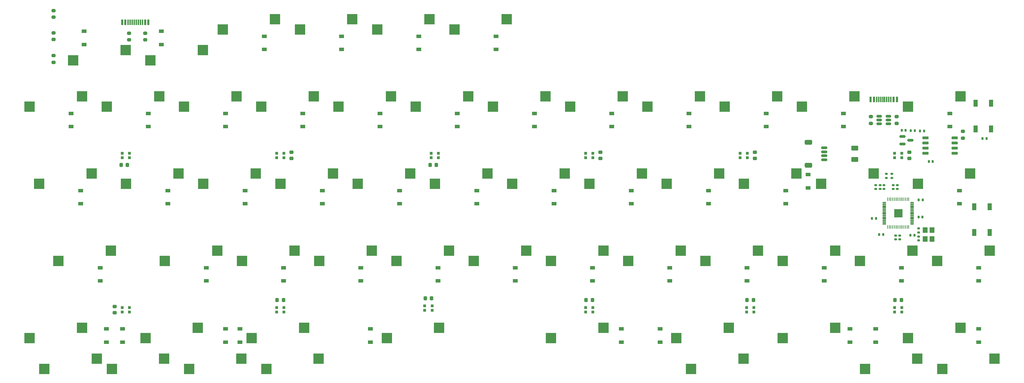
<source format=gbp>
%TF.GenerationSoftware,KiCad,Pcbnew,(6.0.10)*%
%TF.CreationDate,2023-05-22T09:52:37-05:00*%
%TF.ProjectId,Monorail_Diesel_Reduced,4d6f6e6f-7261-4696-9c5f-44696573656c,rev?*%
%TF.SameCoordinates,Original*%
%TF.FileFunction,Paste,Bot*%
%TF.FilePolarity,Positive*%
%FSLAX46Y46*%
G04 Gerber Fmt 4.6, Leading zero omitted, Abs format (unit mm)*
G04 Created by KiCad (PCBNEW (6.0.10)) date 2023-05-22 09:52:37*
%MOMM*%
%LPD*%
G01*
G04 APERTURE LIST*
G04 Aperture macros list*
%AMRoundRect*
0 Rectangle with rounded corners*
0 $1 Rounding radius*
0 $2 $3 $4 $5 $6 $7 $8 $9 X,Y pos of 4 corners*
0 Add a 4 corners polygon primitive as box body*
4,1,4,$2,$3,$4,$5,$6,$7,$8,$9,$2,$3,0*
0 Add four circle primitives for the rounded corners*
1,1,$1+$1,$2,$3*
1,1,$1+$1,$4,$5*
1,1,$1+$1,$6,$7*
1,1,$1+$1,$8,$9*
0 Add four rect primitives between the rounded corners*
20,1,$1+$1,$2,$3,$4,$5,0*
20,1,$1+$1,$4,$5,$6,$7,0*
20,1,$1+$1,$6,$7,$8,$9,0*
20,1,$1+$1,$8,$9,$2,$3,0*%
G04 Aperture macros list end*
%ADD10C,0.010000*%
%ADD11R,2.550000X2.500000*%
%ADD12RoundRect,0.250000X0.625000X-0.375000X0.625000X0.375000X-0.625000X0.375000X-0.625000X-0.375000X0*%
%ADD13R,0.600000X1.450000*%
%ADD14R,0.300000X1.450000*%
%ADD15RoundRect,0.200000X0.275000X-0.200000X0.275000X0.200000X-0.275000X0.200000X-0.275000X-0.200000X0*%
%ADD16RoundRect,0.135000X0.185000X-0.135000X0.185000X0.135000X-0.185000X0.135000X-0.185000X-0.135000X0*%
%ADD17RoundRect,0.150000X0.512500X0.150000X-0.512500X0.150000X-0.512500X-0.150000X0.512500X-0.150000X0*%
%ADD18R,1.200000X0.900000*%
%ADD19RoundRect,0.225000X-0.250000X0.225000X-0.250000X-0.225000X0.250000X-0.225000X0.250000X0.225000X0*%
%ADD20RoundRect,0.135000X-0.135000X-0.185000X0.135000X-0.185000X0.135000X0.185000X-0.135000X0.185000X0*%
%ADD21R,0.700000X0.700000*%
%ADD22RoundRect,0.140000X0.170000X-0.140000X0.170000X0.140000X-0.170000X0.140000X-0.170000X-0.140000X0*%
%ADD23RoundRect,0.225000X0.225000X0.250000X-0.225000X0.250000X-0.225000X-0.250000X0.225000X-0.250000X0*%
%ADD24RoundRect,0.200000X-0.275000X0.200000X-0.275000X-0.200000X0.275000X-0.200000X0.275000X0.200000X0*%
%ADD25RoundRect,0.140000X0.140000X0.170000X-0.140000X0.170000X-0.140000X-0.170000X0.140000X-0.170000X0*%
%ADD26RoundRect,0.140000X-0.140000X-0.170000X0.140000X-0.170000X0.140000X0.170000X-0.140000X0.170000X0*%
%ADD27R,1.000000X1.700000*%
%ADD28RoundRect,0.006000X0.414000X0.094000X-0.414000X0.094000X-0.414000X-0.094000X0.414000X-0.094000X0*%
%ADD29RoundRect,0.020000X0.080000X0.400000X-0.080000X0.400000X-0.080000X-0.400000X0.080000X-0.400000X0*%
%ADD30RoundRect,0.225000X-0.225000X-0.250000X0.225000X-0.250000X0.225000X0.250000X-0.225000X0.250000X0*%
%ADD31RoundRect,0.225000X0.250000X-0.225000X0.250000X0.225000X-0.250000X0.225000X-0.250000X-0.225000X0*%
%ADD32RoundRect,0.140000X-0.170000X0.140000X-0.170000X-0.140000X0.170000X-0.140000X0.170000X0.140000X0*%
%ADD33RoundRect,0.150000X0.650000X0.150000X-0.650000X0.150000X-0.650000X-0.150000X0.650000X-0.150000X0*%
%ADD34RoundRect,0.150000X0.625000X-0.150000X0.625000X0.150000X-0.625000X0.150000X-0.625000X-0.150000X0*%
%ADD35RoundRect,0.250000X0.650000X-0.350000X0.650000X0.350000X-0.650000X0.350000X-0.650000X-0.350000X0*%
%ADD36RoundRect,0.150000X-0.587500X-0.150000X0.587500X-0.150000X0.587500X0.150000X-0.587500X0.150000X0*%
%ADD37R,1.200000X1.400000*%
%ADD38RoundRect,0.135000X0.135000X0.185000X-0.135000X0.185000X-0.135000X-0.185000X0.135000X-0.185000X0*%
G04 APERTURE END LIST*
%TO.C,U4*%
G36*
X247042500Y-97817500D02*
G01*
X245082500Y-97817500D01*
X245082500Y-95857500D01*
X247042500Y-95857500D01*
X247042500Y-97817500D01*
G37*
D10*
X247042500Y-97817500D02*
X245082500Y-97817500D01*
X245082500Y-95857500D01*
X247042500Y-95857500D01*
X247042500Y-97817500D01*
%TD*%
D11*
%TO.C,MX18*%
X31808750Y-70485000D03*
X44735750Y-67945000D03*
%TD*%
%TO.C,MX17*%
X50858750Y-70485000D03*
X63785750Y-67945000D03*
%TD*%
%TO.C,MX16*%
X69908750Y-70485000D03*
X82835750Y-67945000D03*
%TD*%
%TO.C,MX15*%
X88958750Y-70485000D03*
X101885750Y-67945000D03*
%TD*%
%TO.C,MX14*%
X108008750Y-70485000D03*
X120935750Y-67945000D03*
%TD*%
%TO.C,MX13*%
X127058750Y-70485000D03*
X139985750Y-67945000D03*
%TD*%
%TO.C,MX12*%
X146108750Y-70485000D03*
X159035750Y-67945000D03*
%TD*%
%TO.C,MX11*%
X165158750Y-70485000D03*
X178085750Y-67945000D03*
%TD*%
%TO.C,MX10*%
X184208750Y-70485000D03*
X197135750Y-67945000D03*
%TD*%
%TO.C,MX9*%
X203258750Y-70485000D03*
X216185750Y-67945000D03*
%TD*%
%TO.C,MX8*%
X222308750Y-70485000D03*
X235235750Y-67945000D03*
%TD*%
%TO.C,MX7*%
X248502500Y-70485000D03*
X261429500Y-67945000D03*
%TD*%
%TO.C,MX30*%
X34190000Y-89535000D03*
X47117000Y-86995000D03*
%TD*%
%TO.C,MX29*%
X55621250Y-89535000D03*
X68548250Y-86995000D03*
%TD*%
%TO.C,MX28*%
X74671250Y-89535000D03*
X87598250Y-86995000D03*
%TD*%
%TO.C,MX27*%
X93721250Y-89535000D03*
X106648250Y-86995000D03*
%TD*%
%TO.C,MX26*%
X112771250Y-89535000D03*
X125698250Y-86995000D03*
%TD*%
%TO.C,MX25*%
X131821250Y-89535000D03*
X144748250Y-86995000D03*
%TD*%
%TO.C,MX24*%
X150871250Y-89535000D03*
X163798250Y-86995000D03*
%TD*%
%TO.C,MX19*%
X182848250Y-86995000D03*
X169921250Y-89535000D03*
%TD*%
%TO.C,MX23*%
X188971250Y-89535000D03*
X201898250Y-86995000D03*
%TD*%
%TO.C,MX22*%
X208021250Y-89535000D03*
X220948250Y-86995000D03*
%TD*%
%TO.C,MX21*%
X227071250Y-89535000D03*
X239998250Y-86995000D03*
%TD*%
%TO.C,MX20*%
X250883750Y-89535000D03*
X263810750Y-86995000D03*
%TD*%
%TO.C,MX42*%
X38952500Y-108585000D03*
X51879500Y-106045000D03*
%TD*%
%TO.C,MX41*%
X65146250Y-108585000D03*
X78073250Y-106045000D03*
%TD*%
%TO.C,MX40*%
X84196250Y-108585000D03*
X97123250Y-106045000D03*
%TD*%
%TO.C,MX39*%
X103246250Y-108585000D03*
X116173250Y-106045000D03*
%TD*%
%TO.C,MX38*%
X122296250Y-108585000D03*
X135223250Y-106045000D03*
%TD*%
%TO.C,MX37*%
X141346250Y-108585000D03*
X154273250Y-106045000D03*
%TD*%
%TO.C,MX36*%
X160396250Y-108585000D03*
X173323250Y-106045000D03*
%TD*%
%TO.C,MX35*%
X179446250Y-108585000D03*
X192373250Y-106045000D03*
%TD*%
%TO.C,MX34*%
X198496250Y-108585000D03*
X211423250Y-106045000D03*
%TD*%
%TO.C,MX33*%
X217546250Y-108585000D03*
X230473250Y-106045000D03*
%TD*%
%TO.C,MX32*%
X236596250Y-108585000D03*
X249523250Y-106045000D03*
%TD*%
%TO.C,MX31*%
X255646250Y-108585000D03*
X268573250Y-106045000D03*
%TD*%
%TO.C,MX5*%
X74553750Y-56515000D03*
X61626750Y-59055000D03*
%TD*%
%TO.C,MX4*%
X79433750Y-51435000D03*
X92360750Y-48895000D03*
%TD*%
%TO.C,MX3*%
X98483750Y-51435000D03*
X111410750Y-48895000D03*
%TD*%
%TO.C,MX2*%
X117533750Y-51435000D03*
X130460750Y-48895000D03*
%TD*%
%TO.C,MX1*%
X136583750Y-51435000D03*
X149510750Y-48895000D03*
%TD*%
%TO.C,MX45*%
X250766250Y-132715000D03*
X237839250Y-135255000D03*
%TD*%
%TO.C,MX48*%
X191352500Y-127635000D03*
X204279500Y-125095000D03*
%TD*%
%TO.C,MX44*%
X248502500Y-127635000D03*
X261429500Y-125095000D03*
%TD*%
%TO.C,MX49*%
X160428000Y-127628750D03*
X173355000Y-125088750D03*
%TD*%
%TO.C,MX51*%
X103128750Y-132715000D03*
X90201750Y-135255000D03*
%TD*%
%TO.C,MX43*%
X269816250Y-132715000D03*
X256889250Y-135255000D03*
%TD*%
%TO.C,MX53*%
X84078750Y-132715000D03*
X71151750Y-135255000D03*
%TD*%
%TO.C,MX57*%
X31808750Y-127635000D03*
X44735750Y-125095000D03*
%TD*%
%TO.C,MX46*%
X217546250Y-127635000D03*
X230473250Y-125095000D03*
%TD*%
%TO.C,MX54*%
X60383750Y-127635000D03*
X73310750Y-125095000D03*
%TD*%
%TO.C,MX47*%
X207903750Y-132715000D03*
X194976750Y-135255000D03*
%TD*%
%TO.C,MX6*%
X55503750Y-56515000D03*
X42576750Y-59055000D03*
%TD*%
%TO.C,MX50*%
X119915000Y-127628750D03*
X132842000Y-125088750D03*
%TD*%
%TO.C,MX56*%
X48360000Y-132715000D03*
X35433000Y-135255000D03*
%TD*%
%TO.C,MX52*%
X86577500Y-127635000D03*
X99504500Y-125095000D03*
%TD*%
%TO.C,MX55*%
X65028750Y-132715000D03*
X52101750Y-135255000D03*
%TD*%
D12*
%TO.C,F1*%
X235347928Y-83571835D03*
X235347928Y-80771835D03*
%TD*%
D13*
%TO.C,J6*%
X239240625Y-68735625D03*
X240040625Y-68735625D03*
D14*
X241240625Y-68735625D03*
X242240625Y-68735625D03*
X242740625Y-68735625D03*
X243740625Y-68735625D03*
D13*
X244940625Y-68735625D03*
X245740625Y-68735625D03*
X245740625Y-68735625D03*
X244940625Y-68735625D03*
D14*
X244240625Y-68735625D03*
X243240625Y-68735625D03*
X241740625Y-68735625D03*
X240740625Y-68735625D03*
D13*
X240040625Y-68735625D03*
X239240625Y-68735625D03*
%TD*%
D15*
%TO.C,R4*%
X60325000Y-54006250D03*
X60325000Y-52356250D03*
%TD*%
%TO.C,R7*%
X245665625Y-74643750D03*
X245665625Y-72993750D03*
%TD*%
%TO.C,R6*%
X239315625Y-74643750D03*
X239315625Y-72993750D03*
%TD*%
%TO.C,R3*%
X56356250Y-54006250D03*
X56356250Y-52356250D03*
%TD*%
D16*
%TO.C,R10*%
X243125625Y-88147500D03*
X243125625Y-87127500D03*
%TD*%
D17*
%TO.C,U1*%
X243628125Y-72868750D03*
X243628125Y-73818750D03*
X243628125Y-74768750D03*
X241353125Y-74768750D03*
X241353125Y-73818750D03*
X241353125Y-72868750D03*
%TD*%
D18*
%TO.C,D42*%
X94456250Y-113568750D03*
X94456250Y-110268750D03*
%TD*%
D19*
%TO.C,C28*%
X52784375Y-119875000D03*
X52784375Y-121425000D03*
%TD*%
D18*
%TO.C,D12*%
X80168750Y-75468750D03*
X80168750Y-72168750D03*
%TD*%
%TO.C,D37*%
X199231250Y-94518750D03*
X199231250Y-91218750D03*
%TD*%
%TO.C,D11*%
X61118750Y-75468750D03*
X61118750Y-72168750D03*
%TD*%
%TO.C,D38*%
X218281250Y-94518750D03*
X218281250Y-91218750D03*
%TD*%
%TO.C,D17*%
X175418750Y-75468750D03*
X175418750Y-72168750D03*
%TD*%
D20*
%TO.C,R9*%
X266836250Y-78393751D03*
X267856250Y-78393751D03*
%TD*%
D18*
%TO.C,D21*%
X258762500Y-75468750D03*
X258762500Y-72168750D03*
%TD*%
D21*
%TO.C,D54*%
X92747500Y-120100000D03*
X94577500Y-120100000D03*
X94577500Y-121200000D03*
X92747500Y-121200000D03*
%TD*%
%TO.C,D25*%
X170777500Y-83100000D03*
X168947500Y-83100000D03*
X168947500Y-82000000D03*
X170777500Y-82000000D03*
%TD*%
D22*
%TO.C,C22*%
X251064013Y-103552401D03*
X251064013Y-102592401D03*
%TD*%
%TO.C,C15*%
X245808750Y-90830023D03*
X245808750Y-89870023D03*
%TD*%
D23*
%TO.C,C10*%
X132140625Y-84931250D03*
X130590625Y-84931250D03*
%TD*%
D24*
%TO.C,R8*%
X261976292Y-76648118D03*
X261976292Y-78298118D03*
%TD*%
D25*
%TO.C,C3*%
X252409280Y-76490476D03*
X251449280Y-76490476D03*
%TD*%
D24*
%TO.C,R5*%
X37703125Y-57912500D03*
X37703125Y-59562500D03*
%TD*%
D26*
%TO.C,C16*%
X251122014Y-93542939D03*
X252082014Y-93542939D03*
%TD*%
D18*
%TO.C,D16*%
X156368750Y-75468750D03*
X156368750Y-72168750D03*
%TD*%
D26*
%TO.C,C1*%
X246919787Y-76333887D03*
X247879787Y-76333887D03*
%TD*%
D13*
%TO.C,J5*%
X54630250Y-49685625D03*
X55430250Y-49685625D03*
D14*
X56630250Y-49685625D03*
X57630250Y-49685625D03*
X58130250Y-49685625D03*
X59130250Y-49685625D03*
D13*
X60330250Y-49685625D03*
X61130250Y-49685625D03*
X61130250Y-49685625D03*
X60330250Y-49685625D03*
D14*
X59630250Y-49685625D03*
X58630250Y-49685625D03*
X57130250Y-49685625D03*
X56130250Y-49685625D03*
D13*
X55430250Y-49685625D03*
X54630250Y-49685625D03*
%TD*%
D18*
%TO.C,D19*%
X213518750Y-75468750D03*
X213518750Y-72168750D03*
%TD*%
%TO.C,D6*%
X89693750Y-56418750D03*
X89693750Y-53118750D03*
%TD*%
%TO.C,D66*%
X240506250Y-125350000D03*
X240506250Y-128650000D03*
%TD*%
D22*
%TO.C,C13*%
X242567100Y-90830023D03*
X242567100Y-89870023D03*
%TD*%
D27*
%TO.C,SWR2*%
X268600000Y-95275000D03*
X268600000Y-101575000D03*
X264800000Y-101575000D03*
X264800000Y-95275000D03*
%TD*%
D18*
%TO.C,D43*%
X113506250Y-113568750D03*
X113506250Y-110268750D03*
%TD*%
%TO.C,D59*%
X54768750Y-125350000D03*
X54768750Y-128650000D03*
%TD*%
D20*
%TO.C,R12*%
X241331994Y-102074696D03*
X242351994Y-102074696D03*
%TD*%
D21*
%TO.C,D23*%
X94577500Y-83100000D03*
X92747500Y-83100000D03*
X92747500Y-82000000D03*
X94577500Y-82000000D03*
%TD*%
%TO.C,D53*%
X54647500Y-120100000D03*
X56477500Y-120100000D03*
X56477500Y-121200000D03*
X54647500Y-121200000D03*
%TD*%
D23*
%TO.C,C9*%
X55940625Y-84931250D03*
X54390625Y-84931250D03*
%TD*%
D18*
%TO.C,D10*%
X42068750Y-75468750D03*
X42068750Y-72168750D03*
%TD*%
D28*
%TO.C,U4*%
X249497500Y-94237500D03*
X249497500Y-94637500D03*
X249497500Y-95037500D03*
X249497500Y-95437500D03*
X249497500Y-95837500D03*
X249497500Y-96237500D03*
X249497500Y-96637500D03*
X249497500Y-97037500D03*
X249497500Y-97437500D03*
X249497500Y-97837500D03*
X249497500Y-98237500D03*
X249497500Y-98637500D03*
X249497500Y-99037500D03*
X249497500Y-99437500D03*
D29*
X248662500Y-100272500D03*
X248262500Y-100272500D03*
X247862500Y-100272500D03*
X247462500Y-100272500D03*
X247062500Y-100272500D03*
X246662500Y-100272500D03*
X246262500Y-100272500D03*
X245862500Y-100272500D03*
X245462500Y-100272500D03*
X245062500Y-100272500D03*
X244662500Y-100272500D03*
X244262500Y-100272500D03*
X243862500Y-100272500D03*
X243462500Y-100272500D03*
D28*
X242627500Y-99437500D03*
X242627500Y-99037500D03*
X242627500Y-98637500D03*
X242627500Y-98237500D03*
X242627500Y-97837500D03*
X242627500Y-97437500D03*
X242627500Y-97037500D03*
X242627500Y-96637500D03*
X242627500Y-96237500D03*
X242627500Y-95837500D03*
X242627500Y-95437500D03*
X242627500Y-95037500D03*
X242627500Y-94637500D03*
X242627500Y-94237500D03*
D29*
X243462500Y-93402500D03*
X243862500Y-93402500D03*
X244262500Y-93402500D03*
X244662500Y-93402500D03*
X245062500Y-93402500D03*
X245462500Y-93402500D03*
X245862500Y-93402500D03*
X246262500Y-93402500D03*
X246662500Y-93402500D03*
X247062500Y-93402500D03*
X247462500Y-93402500D03*
X247862500Y-93402500D03*
X248262500Y-93402500D03*
X248662500Y-93402500D03*
%TD*%
D26*
%TO.C,C2*%
X249163134Y-76410261D03*
X250123134Y-76410261D03*
%TD*%
D18*
%TO.C,D32*%
X103981250Y-94518750D03*
X103981250Y-91218750D03*
%TD*%
D30*
%TO.C,C24*%
X92887500Y-118268750D03*
X94437500Y-118268750D03*
%TD*%
D18*
%TO.C,D9*%
X146843750Y-56418750D03*
X146843750Y-53118750D03*
%TD*%
D22*
%TO.C,C12*%
X241567100Y-90830023D03*
X241567100Y-89870023D03*
%TD*%
D18*
%TO.C,D14*%
X118268750Y-75468750D03*
X118268750Y-72168750D03*
%TD*%
%TO.C,D63*%
X177800000Y-125350000D03*
X177800000Y-128650000D03*
%TD*%
D31*
%TO.C,C4*%
X96440625Y-83325000D03*
X96440625Y-81775000D03*
%TD*%
D18*
%TO.C,D50*%
X246856250Y-113568750D03*
X246856250Y-110268750D03*
%TD*%
%TO.C,D60*%
X80168750Y-125350000D03*
X80168750Y-128650000D03*
%TD*%
%TO.C,D67*%
X265906250Y-125350000D03*
X265906250Y-128650000D03*
%TD*%
%TO.C,D15*%
X137318750Y-75468750D03*
X137318750Y-72168750D03*
%TD*%
%TO.C,D20*%
X232568750Y-75468750D03*
X232568750Y-72168750D03*
%TD*%
D25*
%TO.C,C18*%
X240568286Y-98137203D03*
X239608286Y-98137203D03*
%TD*%
D21*
%TO.C,D27*%
X246977500Y-83100000D03*
X245147500Y-83100000D03*
X245147500Y-82000000D03*
X246977500Y-82000000D03*
%TD*%
D31*
%TO.C,C6*%
X210740625Y-83325000D03*
X210740625Y-81775000D03*
%TD*%
D18*
%TO.C,D34*%
X142081250Y-94518750D03*
X142081250Y-91218750D03*
%TD*%
D30*
%TO.C,C27*%
X245287500Y-118268750D03*
X246837500Y-118268750D03*
%TD*%
D18*
%TO.C,D62*%
X115887500Y-125350000D03*
X115887500Y-128650000D03*
%TD*%
D21*
%TO.C,D57*%
X245147500Y-120100000D03*
X246977500Y-120100000D03*
X246977500Y-121200000D03*
X245147500Y-121200000D03*
%TD*%
D18*
%TO.C,D45*%
X151606250Y-113568750D03*
X151606250Y-110268750D03*
%TD*%
%TO.C,D39*%
X261143750Y-94518750D03*
X261143750Y-91218750D03*
%TD*%
D30*
%TO.C,C26*%
X208775000Y-118268750D03*
X210325000Y-118268750D03*
%TD*%
D18*
%TO.C,D47*%
X189706250Y-113568750D03*
X189706250Y-110268750D03*
%TD*%
D32*
%TO.C,C21*%
X246400000Y-102357500D03*
X246400000Y-103317500D03*
%TD*%
D30*
%TO.C,C25*%
X169087500Y-118268750D03*
X170637500Y-118268750D03*
%TD*%
D22*
%TO.C,C14*%
X244808750Y-90830023D03*
X244808750Y-89870023D03*
%TD*%
D21*
%TO.C,D52*%
X129260000Y-119703125D03*
X131090000Y-119703125D03*
X131090000Y-120803125D03*
X129260000Y-120803125D03*
%TD*%
D18*
%TO.C,D40*%
X49212500Y-113568750D03*
X49212500Y-110268750D03*
%TD*%
%TO.C,D48*%
X208756250Y-113568750D03*
X208756250Y-110268750D03*
%TD*%
D24*
%TO.C,R1*%
X37703125Y-46800000D03*
X37703125Y-48450000D03*
%TD*%
D18*
%TO.C,D61*%
X83740625Y-125350000D03*
X83740625Y-128650000D03*
%TD*%
%TO.C,D13*%
X99218750Y-75468750D03*
X99218750Y-72168750D03*
%TD*%
D27*
%TO.C,SWR1*%
X265162500Y-69687500D03*
X265162500Y-75987500D03*
X268962500Y-75987500D03*
X268962500Y-69687500D03*
%TD*%
D33*
%TO.C,U3*%
X259981250Y-78263750D03*
X259981250Y-79533750D03*
X259981250Y-80803750D03*
X259981250Y-82073750D03*
X252781250Y-82073750D03*
X252781250Y-80803750D03*
X252781250Y-79533750D03*
X252781250Y-78263750D03*
%TD*%
D21*
%TO.C,D24*%
X132677500Y-83100000D03*
X130847500Y-83100000D03*
X130847500Y-82000000D03*
X132677500Y-82000000D03*
%TD*%
D18*
%TO.C,D30*%
X65881250Y-94518750D03*
X65881250Y-91218750D03*
%TD*%
%TO.C,D4*%
X45243750Y-51928125D03*
X45243750Y-55228125D03*
%TD*%
%TO.C,D64*%
X187325000Y-125350000D03*
X187325000Y-128650000D03*
%TD*%
%TO.C,D36*%
X180181250Y-94518750D03*
X180181250Y-91218750D03*
%TD*%
D16*
%TO.C,R11*%
X244462500Y-88147500D03*
X244462500Y-87127500D03*
%TD*%
D24*
%TO.C,R2*%
X37703125Y-52292000D03*
X37703125Y-53942000D03*
%TD*%
D18*
%TO.C,D7*%
X108743750Y-56418750D03*
X108743750Y-53118750D03*
%TD*%
%TO.C,D18*%
X194468750Y-75468750D03*
X194468750Y-72168750D03*
%TD*%
%TO.C,D5*%
X64293750Y-51928125D03*
X64293750Y-55228125D03*
%TD*%
D22*
%TO.C,C11*%
X240506250Y-90830023D03*
X240506250Y-89870023D03*
%TD*%
D18*
%TO.C,D33*%
X123031250Y-94518750D03*
X123031250Y-91218750D03*
%TD*%
%TO.C,D49*%
X227806250Y-113568750D03*
X227806250Y-110268750D03*
%TD*%
D21*
%TO.C,D22*%
X56477500Y-83100000D03*
X54647500Y-83100000D03*
X54647500Y-82000000D03*
X56477500Y-82000000D03*
%TD*%
%TO.C,D26*%
X208877500Y-83100000D03*
X207047500Y-83100000D03*
X207047500Y-82000000D03*
X208877500Y-82000000D03*
%TD*%
D34*
%TO.C,J7*%
X227821875Y-83653125D03*
X227821875Y-82653125D03*
X227821875Y-81653125D03*
X227821875Y-80653125D03*
D35*
X223946875Y-79353125D03*
X223946875Y-84953125D03*
%TD*%
D30*
%TO.C,C23*%
X129400000Y-117871875D03*
X130950000Y-117871875D03*
%TD*%
D18*
%TO.C,D31*%
X84931250Y-94518750D03*
X84931250Y-91218750D03*
%TD*%
%TO.C,D65*%
X234156250Y-125350000D03*
X234156250Y-128650000D03*
%TD*%
%TO.C,D58*%
X50800000Y-125350000D03*
X50800000Y-128650000D03*
%TD*%
D32*
%TO.C,C20*%
X245400000Y-102357500D03*
X245400000Y-103317500D03*
%TD*%
D18*
%TO.C,D35*%
X161131250Y-94518750D03*
X161131250Y-91218750D03*
%TD*%
%TO.C,D29*%
X44450000Y-94518750D03*
X44450000Y-91218750D03*
%TD*%
%TO.C,D28*%
X223837500Y-90550000D03*
X223837500Y-87250000D03*
%TD*%
D36*
%TO.C,U2*%
X247139171Y-79751119D03*
X247139171Y-77851119D03*
X249014171Y-78801119D03*
%TD*%
D18*
%TO.C,D41*%
X75406250Y-113568750D03*
X75406250Y-110268750D03*
%TD*%
%TO.C,D44*%
X132556250Y-113568750D03*
X132556250Y-110268750D03*
%TD*%
%TO.C,D8*%
X127793750Y-56418750D03*
X127793750Y-53118750D03*
%TD*%
D31*
%TO.C,C5*%
X172640625Y-83325000D03*
X172640625Y-81775000D03*
%TD*%
D37*
%TO.C,Y1*%
X252714013Y-103172401D03*
X252714013Y-100972401D03*
X254414013Y-100972401D03*
X254414013Y-103172401D03*
%TD*%
D18*
%TO.C,D46*%
X170656250Y-113568750D03*
X170656250Y-110268750D03*
%TD*%
D25*
%TO.C,C8*%
X254573695Y-84078765D03*
X253613695Y-84078765D03*
%TD*%
D18*
%TO.C,D51*%
X265906250Y-113568750D03*
X265906250Y-110268750D03*
%TD*%
D21*
%TO.C,D55*%
X168947500Y-120100000D03*
X170777500Y-120100000D03*
X170777500Y-121200000D03*
X168947500Y-121200000D03*
%TD*%
%TO.C,D56*%
X208635000Y-120100000D03*
X210465000Y-120100000D03*
X210465000Y-121200000D03*
X208635000Y-121200000D03*
%TD*%
D26*
%TO.C,C17*%
X251082500Y-97737500D03*
X252042500Y-97737500D03*
%TD*%
D31*
%TO.C,C7*%
X248840625Y-83325000D03*
X248840625Y-81775000D03*
%TD*%
D22*
%TO.C,C19*%
X251064013Y-101572401D03*
X251064013Y-100612401D03*
%TD*%
D38*
%TO.C,R13*%
X250074013Y-102237500D03*
X249054013Y-102237500D03*
%TD*%
M02*

</source>
